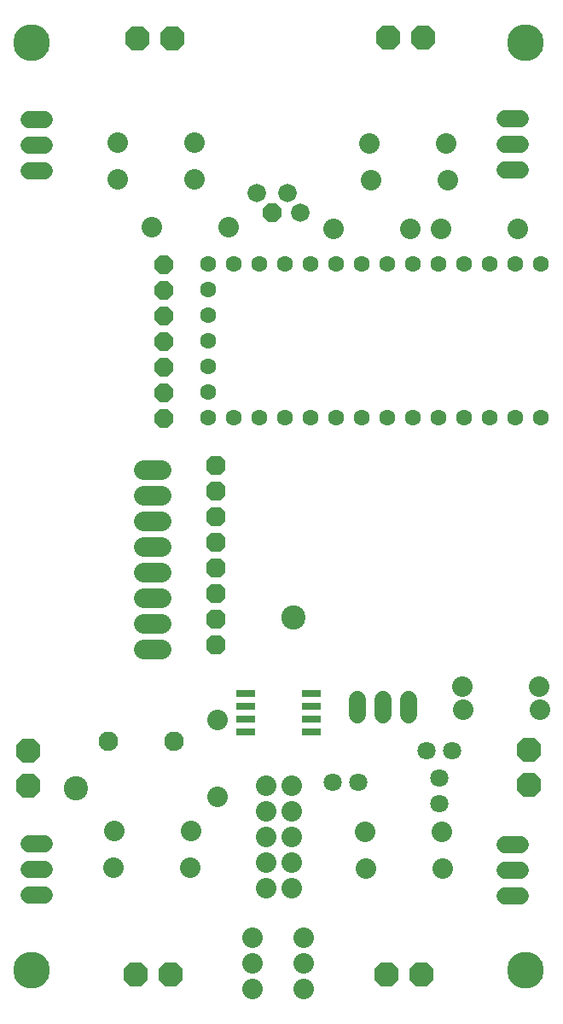
<source format=gbr>
G04 EAGLE Gerber RS-274X export*
G75*
%MOMM*%
%FSLAX34Y34*%
%LPD*%
%INSoldermask Top*%
%IPPOS*%
%AMOC8*
5,1,8,0,0,1.08239X$1,22.5*%
G01*
%ADD10C,3.652400*%
%ADD11C,1.803400*%
%ADD12C,1.676400*%
%ADD13C,2.032000*%
%ADD14C,1.828800*%
%ADD15P,1.979475X8X112.500000*%
%ADD16C,1.930400*%
%ADD17C,1.600200*%
%ADD18P,2.089446X8X292.500000*%
%ADD19P,2.654453X8X22.500000*%
%ADD20P,2.654453X8X112.500000*%
%ADD21C,1.930400*%
%ADD22R,1.854200X0.762000*%
%ADD23C,2.402400*%


D10*
X40000Y40000D03*
X530000Y40000D03*
X530000Y960000D03*
X40000Y960000D03*
D11*
X432100Y258300D03*
X457500Y258300D03*
X444300Y230700D03*
X444300Y205300D03*
X338500Y226300D03*
X363900Y226300D03*
D12*
X363500Y293180D02*
X363500Y308420D01*
X388900Y308420D02*
X388900Y293180D01*
X414300Y293180D02*
X414300Y308420D01*
D13*
X297800Y121700D03*
X272400Y121700D03*
X297800Y147100D03*
X272400Y147100D03*
X297800Y172500D03*
X272400Y172500D03*
X297800Y197900D03*
X272400Y197900D03*
X297800Y223300D03*
X272400Y223300D03*
D14*
X263310Y810684D03*
D15*
X278550Y791316D03*
D14*
X293790Y810684D03*
X306490Y791316D03*
D16*
X116200Y266800D03*
X181200Y266800D03*
D13*
X258800Y21300D03*
X258800Y46700D03*
X258800Y72100D03*
X310100Y21800D03*
X310100Y47200D03*
X310100Y72600D03*
D12*
X509880Y884600D02*
X525120Y884600D01*
X525120Y859200D02*
X509880Y859200D01*
X509880Y833800D02*
X525120Y833800D01*
X52620Y883900D02*
X37380Y883900D01*
X37380Y858500D02*
X52620Y858500D01*
X52620Y833100D02*
X37380Y833100D01*
X37380Y165700D02*
X52620Y165700D01*
X52620Y140300D02*
X37380Y140300D01*
X37380Y114900D02*
X52620Y114900D01*
X509880Y165000D02*
X525120Y165000D01*
X525120Y139600D02*
X509880Y139600D01*
X509880Y114200D02*
X525120Y114200D01*
D13*
X201600Y824300D03*
X125400Y824300D03*
X121800Y178200D03*
X198000Y178200D03*
X197300Y141800D03*
X121100Y141800D03*
X446900Y177800D03*
X370700Y177800D03*
X371600Y141300D03*
X447800Y141300D03*
X467500Y321300D03*
X543700Y321300D03*
X467900Y298300D03*
X544100Y298300D03*
X224400Y288500D03*
X224400Y212300D03*
X235100Y776600D03*
X158900Y776600D03*
X415700Y775600D03*
X339500Y775600D03*
X522300Y775600D03*
X446100Y775600D03*
X451400Y860100D03*
X375200Y860100D03*
X376600Y823200D03*
X452800Y823200D03*
X125000Y860700D03*
X201200Y860700D03*
D17*
X545600Y740400D03*
X520200Y740400D03*
X494800Y740400D03*
X469400Y740400D03*
X444000Y740400D03*
X418600Y740400D03*
X393200Y740400D03*
X367800Y740400D03*
X342400Y740400D03*
X317000Y740400D03*
X291600Y740400D03*
X266200Y740400D03*
X240800Y740400D03*
X215400Y740400D03*
X215400Y715000D03*
X215400Y689600D03*
X215400Y664200D03*
X215400Y638800D03*
X215400Y613400D03*
X215400Y588000D03*
X240800Y588000D03*
X266200Y588000D03*
X291600Y588000D03*
X317000Y588000D03*
X342400Y588000D03*
X367800Y588000D03*
X393200Y588000D03*
X418600Y588000D03*
X444000Y588000D03*
X469400Y588000D03*
X494800Y588000D03*
X520200Y588000D03*
X545600Y588000D03*
D15*
X171100Y587600D03*
X171100Y613000D03*
X171100Y638400D03*
X171100Y663800D03*
X171100Y689200D03*
X171100Y714600D03*
X171100Y740000D03*
D18*
X222900Y540400D03*
X222900Y515000D03*
X222900Y489600D03*
X222900Y464200D03*
X222900Y438800D03*
X222900Y413400D03*
X222900Y388000D03*
X222900Y362600D03*
D19*
X393400Y965000D03*
X428400Y965000D03*
X144500Y963900D03*
X179500Y963900D03*
X143100Y36400D03*
X178100Y36400D03*
X391700Y36400D03*
X426700Y36400D03*
D20*
X36100Y222800D03*
X36100Y257800D03*
X533600Y223900D03*
X533600Y258900D03*
D21*
X168090Y434700D02*
X150310Y434700D01*
X150310Y460100D02*
X168090Y460100D01*
X168090Y409300D02*
X150310Y409300D01*
X150310Y383900D02*
X168090Y383900D01*
X168090Y358500D02*
X150310Y358500D01*
X150310Y485500D02*
X168090Y485500D01*
X168090Y510900D02*
X150310Y510900D01*
X150310Y536300D02*
X168090Y536300D01*
D22*
X317412Y276250D03*
X317412Y288950D03*
X317412Y301650D03*
X317412Y314350D03*
X252388Y314350D03*
X252388Y301650D03*
X252388Y288950D03*
X252388Y276250D03*
D23*
X300000Y390000D03*
X84000Y221000D03*
M02*

</source>
